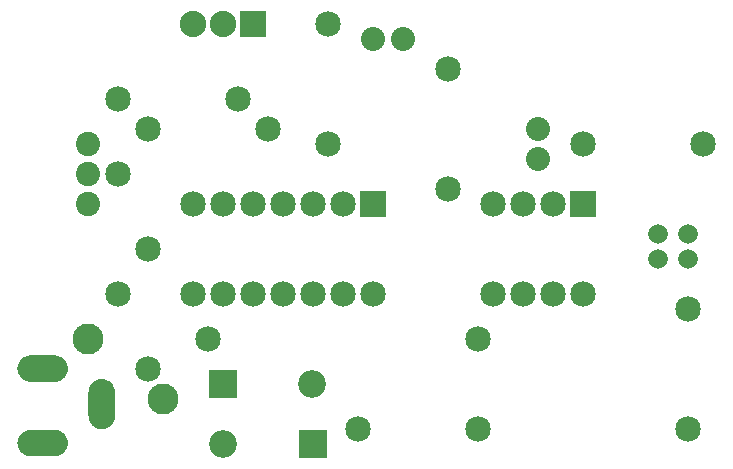
<source format=gbs>
G04 MADE WITH FRITZING*
G04 WWW.FRITZING.ORG*
G04 DOUBLE SIDED*
G04 HOLES PLATED*
G04 CONTOUR ON CENTER OF CONTOUR VECTOR*
%ASAXBY*%
%FSLAX23Y23*%
%MOIN*%
%OFA0B0*%
%SFA1.0B1.0*%
%ADD10C,0.088740*%
%ADD11C,0.065433*%
%ADD12C,0.085000*%
%ADD13C,0.088000*%
%ADD14C,0.092000*%
%ADD15C,0.080000*%
%ADD16C,0.080866*%
%ADD17C,0.102992*%
%ADD18R,0.088000X0.088000*%
%ADD19R,0.092000X0.092000*%
%ADD20R,0.085000X0.085000*%
%ADD21R,0.001000X0.001000*%
%LNMASK0*%
G90*
G70*
G54D10*
X116Y431D03*
X116Y183D03*
X313Y313D03*
G54D11*
X2266Y881D03*
X2166Y881D03*
X2166Y798D03*
X2266Y798D03*
G54D12*
X2266Y231D03*
X2266Y631D03*
X1916Y1181D03*
X2316Y1181D03*
G54D13*
X816Y1581D03*
X716Y1581D03*
X616Y1581D03*
G54D14*
X1016Y181D03*
X718Y181D03*
G54D12*
X466Y831D03*
X466Y431D03*
X1566Y231D03*
X1166Y231D03*
X1216Y981D03*
X1116Y981D03*
X1016Y981D03*
X916Y981D03*
X816Y981D03*
X716Y981D03*
X616Y981D03*
X616Y681D03*
X716Y681D03*
X816Y681D03*
X916Y681D03*
X1016Y681D03*
X1116Y681D03*
X1216Y681D03*
X1916Y981D03*
X1916Y681D03*
X1816Y981D03*
X1816Y681D03*
X1716Y981D03*
X1716Y681D03*
X1616Y981D03*
X1616Y681D03*
G54D15*
X1766Y1231D03*
X1766Y1131D03*
X1216Y1531D03*
X1316Y1531D03*
G54D12*
X1466Y1431D03*
X1466Y1031D03*
X1066Y1181D03*
X1066Y1581D03*
X366Y681D03*
X366Y1081D03*
X466Y1231D03*
X866Y1231D03*
X766Y1331D03*
X366Y1331D03*
G54D14*
X716Y381D03*
X1014Y381D03*
G54D12*
X666Y531D03*
X1566Y531D03*
G54D16*
X266Y1181D03*
X266Y1081D03*
X266Y981D03*
G54D17*
X516Y331D03*
X266Y531D03*
G54D18*
X816Y1581D03*
G54D19*
X1017Y181D03*
G54D20*
X1216Y981D03*
X1916Y981D03*
G54D19*
X715Y381D03*
G54D21*
X72Y476D02*
X159Y476D01*
X66Y475D02*
X165Y475D01*
X63Y474D02*
X168Y474D01*
X60Y473D02*
X171Y473D01*
X58Y472D02*
X173Y472D01*
X56Y471D02*
X175Y471D01*
X54Y470D02*
X177Y470D01*
X52Y469D02*
X179Y469D01*
X51Y468D02*
X180Y468D01*
X50Y467D02*
X181Y467D01*
X48Y466D02*
X183Y466D01*
X47Y465D02*
X184Y465D01*
X46Y464D02*
X185Y464D01*
X45Y463D02*
X186Y463D01*
X44Y462D02*
X187Y462D01*
X43Y461D02*
X188Y461D01*
X42Y460D02*
X189Y460D01*
X42Y459D02*
X189Y459D01*
X41Y458D02*
X190Y458D01*
X40Y457D02*
X191Y457D01*
X39Y456D02*
X192Y456D01*
X39Y455D02*
X192Y455D01*
X38Y454D02*
X193Y454D01*
X38Y453D02*
X193Y453D01*
X37Y452D02*
X194Y452D01*
X37Y451D02*
X194Y451D01*
X36Y450D02*
X195Y450D01*
X36Y449D02*
X195Y449D01*
X35Y448D02*
X196Y448D01*
X35Y447D02*
X196Y447D01*
X35Y446D02*
X111Y446D01*
X120Y446D02*
X196Y446D01*
X34Y445D02*
X108Y445D01*
X123Y445D02*
X197Y445D01*
X34Y444D02*
X107Y444D01*
X124Y444D02*
X197Y444D01*
X34Y443D02*
X105Y443D01*
X126Y443D02*
X197Y443D01*
X34Y442D02*
X104Y442D01*
X127Y442D02*
X197Y442D01*
X33Y441D02*
X104Y441D01*
X127Y441D02*
X198Y441D01*
X33Y440D02*
X103Y440D01*
X128Y440D02*
X198Y440D01*
X33Y439D02*
X102Y439D01*
X129Y439D02*
X198Y439D01*
X33Y438D02*
X102Y438D01*
X129Y438D02*
X198Y438D01*
X33Y437D02*
X101Y437D01*
X130Y437D02*
X198Y437D01*
X32Y436D02*
X101Y436D01*
X130Y436D02*
X199Y436D01*
X32Y435D02*
X101Y435D01*
X130Y435D02*
X199Y435D01*
X32Y434D02*
X100Y434D01*
X131Y434D02*
X199Y434D01*
X32Y433D02*
X100Y433D01*
X131Y433D02*
X199Y433D01*
X32Y432D02*
X100Y432D01*
X131Y432D02*
X199Y432D01*
X32Y431D02*
X100Y431D01*
X131Y431D02*
X199Y431D01*
X32Y430D02*
X100Y430D01*
X131Y430D02*
X199Y430D01*
X32Y429D02*
X101Y429D01*
X130Y429D02*
X199Y429D01*
X32Y428D02*
X101Y428D01*
X130Y428D02*
X199Y428D01*
X33Y427D02*
X101Y427D01*
X130Y427D02*
X198Y427D01*
X33Y426D02*
X101Y426D01*
X130Y426D02*
X198Y426D01*
X33Y425D02*
X102Y425D01*
X129Y425D02*
X198Y425D01*
X33Y424D02*
X103Y424D01*
X128Y424D02*
X198Y424D01*
X33Y423D02*
X103Y423D01*
X128Y423D02*
X198Y423D01*
X33Y422D02*
X104Y422D01*
X127Y422D02*
X198Y422D01*
X34Y421D02*
X105Y421D01*
X126Y421D02*
X197Y421D01*
X34Y420D02*
X106Y420D01*
X125Y420D02*
X197Y420D01*
X34Y419D02*
X108Y419D01*
X123Y419D02*
X197Y419D01*
X35Y418D02*
X110Y418D01*
X121Y418D02*
X196Y418D01*
X35Y417D02*
X196Y417D01*
X35Y416D02*
X196Y416D01*
X36Y415D02*
X195Y415D01*
X36Y414D02*
X195Y414D01*
X37Y413D02*
X194Y413D01*
X37Y412D02*
X194Y412D01*
X38Y411D02*
X193Y411D01*
X38Y410D02*
X193Y410D01*
X39Y409D02*
X192Y409D01*
X39Y408D02*
X192Y408D01*
X40Y407D02*
X191Y407D01*
X41Y406D02*
X190Y406D01*
X41Y405D02*
X190Y405D01*
X42Y404D02*
X189Y404D01*
X43Y403D02*
X188Y403D01*
X44Y402D02*
X187Y402D01*
X45Y401D02*
X186Y401D01*
X46Y400D02*
X185Y400D01*
X47Y399D02*
X184Y399D01*
X48Y398D02*
X183Y398D01*
X49Y397D02*
X182Y397D01*
X306Y397D02*
X318Y397D01*
X51Y396D02*
X180Y396D01*
X302Y396D02*
X323Y396D01*
X52Y395D02*
X179Y395D01*
X298Y395D02*
X326Y395D01*
X54Y394D02*
X177Y394D01*
X296Y394D02*
X329Y394D01*
X56Y393D02*
X175Y393D01*
X294Y393D02*
X331Y393D01*
X58Y392D02*
X173Y392D01*
X292Y392D02*
X333Y392D01*
X60Y391D02*
X171Y391D01*
X290Y391D02*
X335Y391D01*
X62Y390D02*
X169Y390D01*
X288Y390D02*
X336Y390D01*
X66Y389D02*
X165Y389D01*
X287Y389D02*
X338Y389D01*
X71Y388D02*
X160Y388D01*
X285Y388D02*
X339Y388D01*
X284Y387D02*
X341Y387D01*
X283Y386D02*
X342Y386D01*
X282Y385D02*
X343Y385D01*
X281Y384D02*
X344Y384D01*
X280Y383D02*
X345Y383D01*
X279Y382D02*
X346Y382D01*
X278Y381D02*
X346Y381D01*
X278Y380D02*
X347Y380D01*
X277Y379D02*
X348Y379D01*
X276Y378D02*
X349Y378D01*
X276Y377D02*
X349Y377D01*
X275Y376D02*
X350Y376D01*
X274Y375D02*
X350Y375D01*
X274Y374D02*
X351Y374D01*
X273Y373D02*
X351Y373D01*
X273Y372D02*
X352Y372D01*
X272Y371D02*
X352Y371D01*
X272Y370D02*
X353Y370D01*
X272Y369D02*
X353Y369D01*
X271Y368D02*
X354Y368D01*
X271Y367D02*
X354Y367D01*
X270Y366D02*
X354Y366D01*
X270Y365D02*
X354Y365D01*
X270Y364D02*
X355Y364D01*
X270Y363D02*
X355Y363D01*
X269Y362D02*
X355Y362D01*
X269Y361D02*
X355Y361D01*
X269Y360D02*
X356Y360D01*
X269Y359D02*
X356Y359D01*
X269Y358D02*
X356Y358D01*
X269Y357D02*
X356Y357D01*
X269Y356D02*
X356Y356D01*
X269Y355D02*
X356Y355D01*
X269Y354D02*
X356Y354D01*
X268Y353D02*
X356Y353D01*
X268Y352D02*
X356Y352D01*
X268Y351D02*
X356Y351D01*
X268Y350D02*
X356Y350D01*
X268Y349D02*
X356Y349D01*
X268Y348D02*
X356Y348D01*
X268Y347D02*
X356Y347D01*
X268Y346D02*
X356Y346D01*
X268Y345D02*
X356Y345D01*
X268Y344D02*
X356Y344D01*
X268Y343D02*
X356Y343D01*
X268Y342D02*
X356Y342D01*
X268Y341D02*
X356Y341D01*
X268Y340D02*
X356Y340D01*
X268Y339D02*
X356Y339D01*
X268Y338D02*
X356Y338D01*
X268Y337D02*
X356Y337D01*
X268Y336D02*
X356Y336D01*
X268Y335D02*
X356Y335D01*
X268Y334D02*
X356Y334D01*
X268Y333D02*
X356Y333D01*
X268Y332D02*
X356Y332D01*
X268Y331D02*
X356Y331D01*
X268Y330D02*
X356Y330D01*
X268Y329D02*
X356Y329D01*
X268Y328D02*
X308Y328D01*
X317Y328D02*
X356Y328D01*
X268Y327D02*
X305Y327D01*
X319Y327D02*
X356Y327D01*
X268Y326D02*
X304Y326D01*
X321Y326D02*
X356Y326D01*
X268Y325D02*
X302Y325D01*
X322Y325D02*
X356Y325D01*
X268Y324D02*
X301Y324D01*
X323Y324D02*
X356Y324D01*
X268Y323D02*
X300Y323D01*
X324Y323D02*
X356Y323D01*
X268Y322D02*
X300Y322D01*
X325Y322D02*
X356Y322D01*
X268Y321D02*
X299Y321D01*
X326Y321D02*
X356Y321D01*
X268Y320D02*
X298Y320D01*
X326Y320D02*
X356Y320D01*
X268Y319D02*
X298Y319D01*
X327Y319D02*
X356Y319D01*
X268Y318D02*
X298Y318D01*
X327Y318D02*
X356Y318D01*
X268Y317D02*
X297Y317D01*
X327Y317D02*
X356Y317D01*
X268Y316D02*
X297Y316D01*
X327Y316D02*
X356Y316D01*
X268Y315D02*
X297Y315D01*
X327Y315D02*
X356Y315D01*
X268Y314D02*
X297Y314D01*
X328Y314D02*
X356Y314D01*
X268Y313D02*
X297Y313D01*
X327Y313D02*
X356Y313D01*
X268Y312D02*
X297Y312D01*
X327Y312D02*
X356Y312D01*
X268Y311D02*
X297Y311D01*
X327Y311D02*
X356Y311D01*
X268Y310D02*
X298Y310D01*
X327Y310D02*
X356Y310D01*
X268Y309D02*
X298Y309D01*
X327Y309D02*
X356Y309D01*
X268Y308D02*
X298Y308D01*
X326Y308D02*
X356Y308D01*
X268Y307D02*
X299Y307D01*
X326Y307D02*
X356Y307D01*
X268Y306D02*
X299Y306D01*
X325Y306D02*
X356Y306D01*
X268Y305D02*
X300Y305D01*
X325Y305D02*
X356Y305D01*
X268Y304D02*
X301Y304D01*
X324Y304D02*
X356Y304D01*
X268Y303D02*
X302Y303D01*
X323Y303D02*
X356Y303D01*
X268Y302D02*
X303Y302D01*
X322Y302D02*
X356Y302D01*
X268Y301D02*
X305Y301D01*
X320Y301D02*
X356Y301D01*
X268Y300D02*
X307Y300D01*
X318Y300D02*
X356Y300D01*
X268Y299D02*
X356Y299D01*
X268Y298D02*
X356Y298D01*
X268Y297D02*
X356Y297D01*
X268Y296D02*
X356Y296D01*
X268Y295D02*
X356Y295D01*
X268Y294D02*
X356Y294D01*
X268Y293D02*
X356Y293D01*
X268Y292D02*
X356Y292D01*
X268Y291D02*
X356Y291D01*
X268Y290D02*
X356Y290D01*
X268Y289D02*
X356Y289D01*
X268Y288D02*
X356Y288D01*
X268Y287D02*
X356Y287D01*
X268Y286D02*
X356Y286D01*
X268Y285D02*
X356Y285D01*
X268Y284D02*
X356Y284D01*
X268Y283D02*
X356Y283D01*
X268Y282D02*
X356Y282D01*
X268Y281D02*
X356Y281D01*
X268Y280D02*
X356Y280D01*
X268Y279D02*
X356Y279D01*
X268Y278D02*
X356Y278D01*
X268Y277D02*
X356Y277D01*
X268Y276D02*
X356Y276D01*
X268Y275D02*
X356Y275D01*
X269Y274D02*
X356Y274D01*
X269Y273D02*
X356Y273D01*
X269Y272D02*
X356Y272D01*
X269Y271D02*
X356Y271D01*
X269Y270D02*
X356Y270D01*
X269Y269D02*
X356Y269D01*
X269Y268D02*
X356Y268D01*
X269Y267D02*
X356Y267D01*
X269Y266D02*
X355Y266D01*
X270Y265D02*
X355Y265D01*
X270Y264D02*
X355Y264D01*
X270Y263D02*
X355Y263D01*
X270Y262D02*
X354Y262D01*
X271Y261D02*
X354Y261D01*
X271Y260D02*
X354Y260D01*
X271Y259D02*
X353Y259D01*
X272Y258D02*
X353Y258D01*
X272Y257D02*
X353Y257D01*
X273Y256D02*
X352Y256D01*
X273Y255D02*
X352Y255D01*
X274Y254D02*
X351Y254D01*
X274Y253D02*
X351Y253D01*
X275Y252D02*
X350Y252D01*
X275Y251D02*
X349Y251D01*
X276Y250D02*
X349Y250D01*
X277Y249D02*
X348Y249D01*
X277Y248D02*
X347Y248D01*
X278Y247D02*
X347Y247D01*
X279Y246D02*
X346Y246D01*
X280Y245D02*
X345Y245D01*
X281Y244D02*
X344Y244D01*
X282Y243D02*
X343Y243D01*
X283Y242D02*
X342Y242D01*
X284Y241D02*
X341Y241D01*
X285Y240D02*
X340Y240D01*
X286Y239D02*
X338Y239D01*
X288Y238D02*
X337Y238D01*
X289Y237D02*
X335Y237D01*
X291Y236D02*
X334Y236D01*
X293Y235D02*
X332Y235D01*
X295Y234D02*
X330Y234D01*
X297Y233D02*
X327Y233D01*
X300Y232D02*
X324Y232D01*
X304Y231D02*
X320Y231D01*
X72Y228D02*
X159Y228D01*
X66Y227D02*
X165Y227D01*
X63Y226D02*
X168Y226D01*
X60Y225D02*
X171Y225D01*
X58Y224D02*
X173Y224D01*
X56Y223D02*
X175Y223D01*
X54Y222D02*
X177Y222D01*
X52Y221D02*
X179Y221D01*
X51Y220D02*
X180Y220D01*
X50Y219D02*
X181Y219D01*
X48Y218D02*
X183Y218D01*
X47Y217D02*
X184Y217D01*
X46Y216D02*
X185Y216D01*
X45Y215D02*
X186Y215D01*
X44Y214D02*
X187Y214D01*
X43Y213D02*
X188Y213D01*
X42Y212D02*
X189Y212D01*
X42Y211D02*
X189Y211D01*
X41Y210D02*
X190Y210D01*
X40Y209D02*
X191Y209D01*
X39Y208D02*
X192Y208D01*
X39Y207D02*
X192Y207D01*
X38Y206D02*
X193Y206D01*
X38Y205D02*
X193Y205D01*
X37Y204D02*
X194Y204D01*
X37Y203D02*
X194Y203D01*
X36Y202D02*
X195Y202D01*
X36Y201D02*
X195Y201D01*
X35Y200D02*
X196Y200D01*
X35Y199D02*
X196Y199D01*
X35Y198D02*
X111Y198D01*
X120Y198D02*
X196Y198D01*
X34Y197D02*
X108Y197D01*
X123Y197D02*
X197Y197D01*
X34Y196D02*
X107Y196D01*
X124Y196D02*
X197Y196D01*
X34Y195D02*
X105Y195D01*
X126Y195D02*
X197Y195D01*
X34Y194D02*
X104Y194D01*
X127Y194D02*
X197Y194D01*
X33Y193D02*
X104Y193D01*
X127Y193D02*
X198Y193D01*
X33Y192D02*
X103Y192D01*
X128Y192D02*
X198Y192D01*
X33Y191D02*
X102Y191D01*
X129Y191D02*
X198Y191D01*
X33Y190D02*
X102Y190D01*
X129Y190D02*
X198Y190D01*
X33Y189D02*
X101Y189D01*
X130Y189D02*
X198Y189D01*
X32Y188D02*
X101Y188D01*
X130Y188D02*
X199Y188D01*
X32Y187D02*
X101Y187D01*
X130Y187D02*
X199Y187D01*
X32Y186D02*
X100Y186D01*
X131Y186D02*
X199Y186D01*
X32Y185D02*
X100Y185D01*
X131Y185D02*
X199Y185D01*
X32Y184D02*
X100Y184D01*
X131Y184D02*
X199Y184D01*
X32Y183D02*
X100Y183D01*
X131Y183D02*
X199Y183D01*
X32Y182D02*
X100Y182D01*
X131Y182D02*
X199Y182D01*
X32Y181D02*
X101Y181D01*
X130Y181D02*
X199Y181D01*
X32Y180D02*
X101Y180D01*
X130Y180D02*
X199Y180D01*
X33Y179D02*
X101Y179D01*
X130Y179D02*
X198Y179D01*
X33Y178D02*
X101Y178D01*
X130Y178D02*
X198Y178D01*
X33Y177D02*
X102Y177D01*
X129Y177D02*
X198Y177D01*
X33Y176D02*
X103Y176D01*
X128Y176D02*
X198Y176D01*
X33Y175D02*
X103Y175D01*
X128Y175D02*
X198Y175D01*
X33Y174D02*
X104Y174D01*
X127Y174D02*
X198Y174D01*
X34Y173D02*
X105Y173D01*
X126Y173D02*
X197Y173D01*
X34Y172D02*
X106Y172D01*
X125Y172D02*
X197Y172D01*
X34Y171D02*
X108Y171D01*
X123Y171D02*
X197Y171D01*
X35Y170D02*
X110Y170D01*
X121Y170D02*
X196Y170D01*
X35Y169D02*
X196Y169D01*
X35Y168D02*
X196Y168D01*
X36Y167D02*
X195Y167D01*
X36Y166D02*
X195Y166D01*
X37Y165D02*
X194Y165D01*
X37Y164D02*
X194Y164D01*
X38Y163D02*
X193Y163D01*
X38Y162D02*
X193Y162D01*
X39Y161D02*
X192Y161D01*
X39Y160D02*
X192Y160D01*
X40Y159D02*
X191Y159D01*
X41Y158D02*
X190Y158D01*
X41Y157D02*
X190Y157D01*
X42Y156D02*
X189Y156D01*
X43Y155D02*
X188Y155D01*
X44Y154D02*
X187Y154D01*
X45Y153D02*
X186Y153D01*
X46Y152D02*
X185Y152D01*
X47Y151D02*
X184Y151D01*
X48Y150D02*
X183Y150D01*
X49Y149D02*
X182Y149D01*
X51Y148D02*
X180Y148D01*
X52Y147D02*
X179Y147D01*
X54Y146D02*
X177Y146D01*
X56Y145D02*
X175Y145D01*
X58Y144D02*
X173Y144D01*
X60Y143D02*
X171Y143D01*
X62Y142D02*
X169Y142D01*
X66Y141D02*
X165Y141D01*
X71Y140D02*
X160Y140D01*
D02*
G04 End of Mask0*
M02*
</source>
